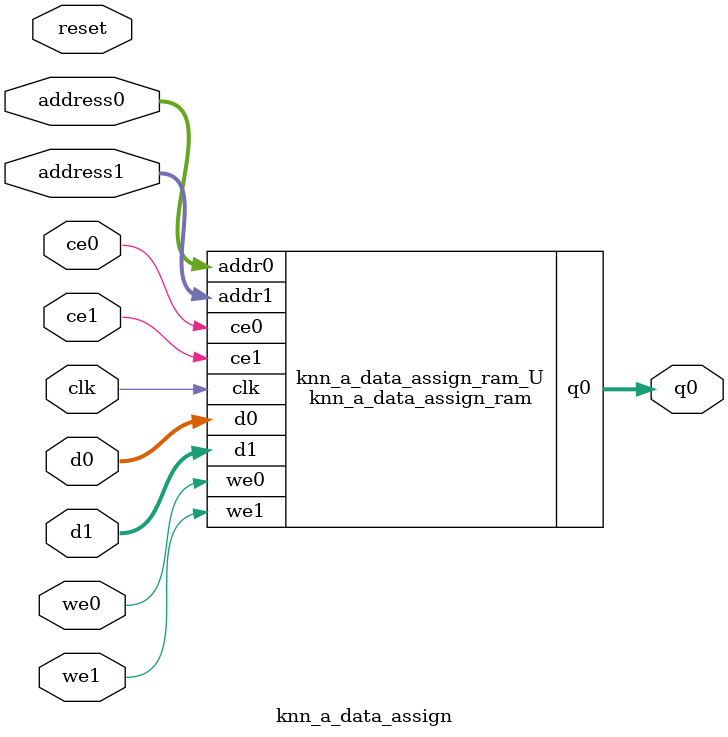
<source format=v>
`timescale 1 ns / 1 ps
module knn_a_data_assign_ram (addr0, ce0, d0, we0, q0, addr1, ce1, d1, we1,  clk);

parameter DWIDTH = 8;
parameter AWIDTH = 7;
parameter MEM_SIZE = 98;

input[AWIDTH-1:0] addr0;
input ce0;
input[DWIDTH-1:0] d0;
input we0;
output reg[DWIDTH-1:0] q0;
input[AWIDTH-1:0] addr1;
input ce1;
input[DWIDTH-1:0] d1;
input we1;
input clk;

(* ram_style = "block" *)reg [DWIDTH-1:0] ram[0:MEM_SIZE-1];




always @(posedge clk)  
begin 
    if (ce0) begin
        if (we0) 
            ram[addr0] <= d0; 
        q0 <= ram[addr0];
    end
end


always @(posedge clk)  
begin 
    if (ce1) begin
        if (we1) 
            ram[addr1] <= d1; 
    end
end


endmodule

`timescale 1 ns / 1 ps
module knn_a_data_assign(
    reset,
    clk,
    address0,
    ce0,
    we0,
    d0,
    q0,
    address1,
    ce1,
    we1,
    d1);

parameter DataWidth = 32'd8;
parameter AddressRange = 32'd98;
parameter AddressWidth = 32'd7;
input reset;
input clk;
input[AddressWidth - 1:0] address0;
input ce0;
input we0;
input[DataWidth - 1:0] d0;
output[DataWidth - 1:0] q0;
input[AddressWidth - 1:0] address1;
input ce1;
input we1;
input[DataWidth - 1:0] d1;



knn_a_data_assign_ram knn_a_data_assign_ram_U(
    .clk( clk ),
    .addr0( address0 ),
    .ce0( ce0 ),
    .we0( we0 ),
    .d0( d0 ),
    .q0( q0 ),
    .addr1( address1 ),
    .ce1( ce1 ),
    .we1( we1 ),
    .d1( d1 ));

endmodule


</source>
